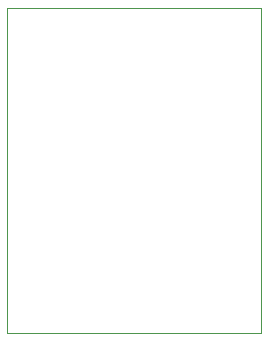
<source format=gbr>
%TF.GenerationSoftware,KiCad,Pcbnew,7.0.10*%
%TF.CreationDate,2024-07-25T10:46:56+01:00*%
%TF.ProjectId,RL78I1C_PMOD_PROG_ADAPTOR_NON_ISO,524c3738-4931-4435-9f50-4d4f445f5052,0*%
%TF.SameCoordinates,Original*%
%TF.FileFunction,Profile,NP*%
%FSLAX46Y46*%
G04 Gerber Fmt 4.6, Leading zero omitted, Abs format (unit mm)*
G04 Created by KiCad (PCBNEW 7.0.10) date 2024-07-25 10:46:56*
%MOMM*%
%LPD*%
G01*
G04 APERTURE LIST*
%TA.AperFunction,Profile*%
%ADD10C,0.100000*%
%TD*%
G04 APERTURE END LIST*
D10*
X136727600Y-80966800D02*
X158227600Y-80966800D01*
X158227600Y-108466800D01*
X136727600Y-108466800D01*
X136727600Y-80966800D01*
M02*

</source>
